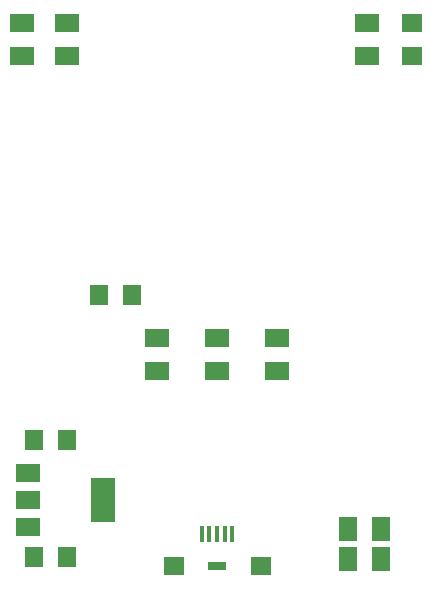
<source format=gtp>
G75*
%MOIN*%
%OFA0B0*%
%FSLAX24Y24*%
%IPPOS*%
%LPD*%
%AMOC8*
5,1,8,0,0,1.08239X$1,22.5*
%
%ADD10R,0.0787X0.0591*%
%ADD11R,0.0787X0.1496*%
%ADD12R,0.0630X0.0709*%
%ADD13R,0.0630X0.0787*%
%ADD14R,0.0787X0.0630*%
%ADD15R,0.0710X0.0630*%
%ADD16R,0.0157X0.0551*%
%ADD17R,0.0709X0.0591*%
%ADD18R,0.0591X0.0276*%
D10*
X009322Y005660D03*
X009322Y006566D03*
X009322Y007471D03*
D11*
X011802Y006566D03*
D12*
X009511Y004666D03*
X010613Y004666D03*
X010613Y008566D03*
X009511Y008566D03*
X011661Y013416D03*
X012763Y013416D03*
D13*
X019961Y005616D03*
X019979Y004603D03*
X021081Y004603D03*
X021063Y005616D03*
D14*
X017612Y010864D03*
X017612Y011967D03*
X015612Y011967D03*
X015612Y010864D03*
X013612Y010864D03*
X013612Y011967D03*
X010612Y021364D03*
X010612Y022467D03*
X009112Y022467D03*
X009112Y021364D03*
X020612Y021364D03*
X020612Y022467D03*
D15*
X022112Y022475D03*
X022112Y021356D03*
D16*
X016124Y005429D03*
X015868Y005429D03*
X015612Y005429D03*
X015356Y005429D03*
X015100Y005429D03*
D17*
X014161Y004366D03*
X017062Y004366D03*
D18*
X015612Y004366D03*
M02*

</source>
